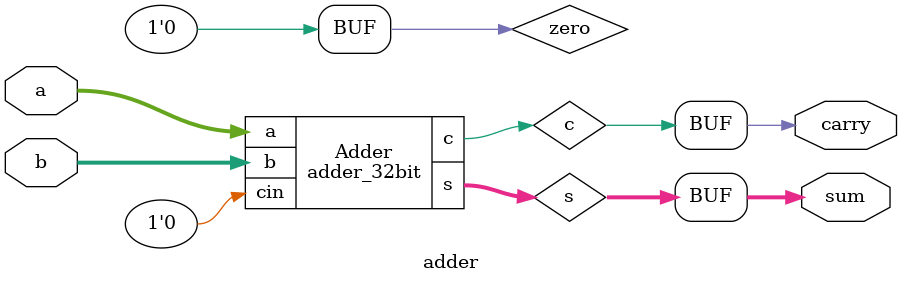
<source format=v>

/* ACM Class System (I) Fall Assignment 1 
 *
 * Implement your naive adder here
 * 
 * GUIDE:
 *   1. Create a RTL project in Vivado
 *   2. Put this file into `Sources'
 *   3. Put `test_adder.v' into `Simulation Sources'
 *   4. Run Behavioral Simulation
 *   5. Make sure to run at least 100 steps during the simulation (usually 100ns)
 *   6. You can see the results in `Tcl console'
 *
 */

module adder_8bit (
	input [7:0] a, 
	input [7:0] b, 
	input cin, 
	output [7:0] s, 
	output cout
);
	wire [7:0] g;
	wire [7:0] p;
	wire [7:0] c;
	wire [7:0] t;

	assign g = a & b;
	assign p = a | b;
	assign t = ~g&p;
	assign cout = c[7];
	
	assign c[0] = g[0] | p[0] & cin;
	assign c[1] = g[1] | p[1] & g[0] | p[1] & p[0] & cin;
	assign c[2] = g[2] | g[1]&p[2] | g[0]&p[2]&p[1] | p[2]&p[1]&p[0]&cin;
	assign c[3] = g[3] | p[3]&g[2] | p[3]*p[2]*g[1] | p[3]&p[2]&p[1]&g[0] | p[3]&p[2]&p[1]&p[0]&cin;
	assign c[4] = g[4] | p[4]&g[3] | p[4]*p[3]*g[2] | p[4]&p[3]&p[2]&g[1] | p[4]&p[3]&p[2]&p[1]&g[0] | p[4]&p[3]&p[2]&p[1]&p[0]&cin;
	assign c[5] = g[5] | p[5]&g[4] | p[5]*p[4]*g[3] | p[5]&p[4]&p[3]&g[2] | p[5]&p[4]&p[3]&p[2]&g[1] | p[5]&p[4]&p[3]&p[2]&p[1]&g[0] | p[5]&p[4]&p[3]&p[2]&p[1]&p[0]&cin;
	assign c[6] = g[6] | p[6]&g[5] | p[6]*p[5]*g[4] | p[6]&p[5]&p[4]&g[3] | p[6]&p[5]&p[4]&p[3]&g[2] | p[6]&p[5]&p[4]&p[3]&p[2]&g[1] | p[6]&p[5]&p[4]&p[3]&p[2]&p[1]&g[0] | p[6]&p[5]&p[4]&p[3]&p[2]&p[1]&p[0]&cin;
	assign c[7] = g[7] | p[7]&g[6] | p[7]*p[6]*g[5] | p[7]&p[6]&p[5]&g[4] | p[7]&p[6]&p[5]&p[4]&g[3] | p[7]&p[6]&p[5]&p[4]&p[3]&g[2] | p[7]&p[6]&p[5]&p[4]&p[3]&p[2]&g[1] | p[7]&p[6]&p[5]&p[4]&p[3]&p[2]&p[1]&g[0] | p[7]&p[6]&p[5]&p[4]&p[3]&p[2]&p[1]&p[0]&cin;

	assign s[0] = t[0]^cin;
	assign s[1] = t[1]^c[0];
	assign s[2] = t[2]^c[1];
	assign s[3] = t[3]^c[2];
	assign s[4] = t[4]^c[3];
	assign s[5] = t[5]^c[4];
	assign s[6] = t[6]^c[5];
	assign s[7] = t[7]^c[6];

endmodule

module adder_32bit (input [31:0] a, input [31:0] b, input cin, output [31:0] s, output c);
	wire [3:0] carry;

	adder_8bit Adder0 (a[7:0], b[7:0], cin, s[7:0], carry[0]);
	adder_8bit Adder1 (a[15:8], b[15:8], carry[0], s[15:8], carry[1]);
	adder_8bit Adder2 (a[23:16], b[23:16], carry[1], s[23:16], carry[2]);
	adder_8bit Adder3 (a[31:24], b[31:24], carry[2], s[31:24], carry[3]);

	assign c = carry[3];
endmodule

module adder(
	input [31:0] a,
	input [31:0] b,
	output reg [31:0] sum,
	output reg carry
);
	wire zero = 0;
	wire [31:0] s;
	wire c;
	adder_32bit Adder (a, b, zero, s, c);
	always @(*) begin
		sum <= s;
		carry <= c;
	end
	
endmodule
</source>
